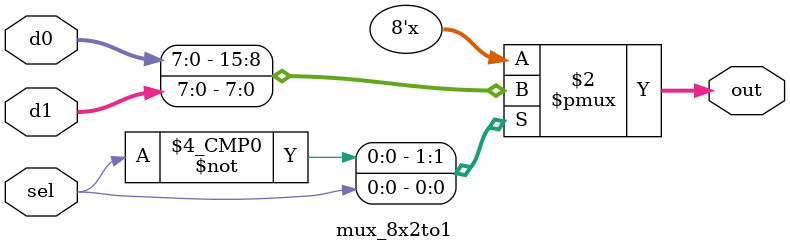
<source format=v>
`timescale 1ns / 1ps
module mux_8x2to1(	d0,d1, 
					sel, out);

input [7:0] d0,d1;
input sel;

output reg [7:0] out;

always @(d0,d1,sel) 
 begin
	case(sel)
		0:	out = d0;
		1:	out = d1;
	endcase
 end

endmodule


</source>
